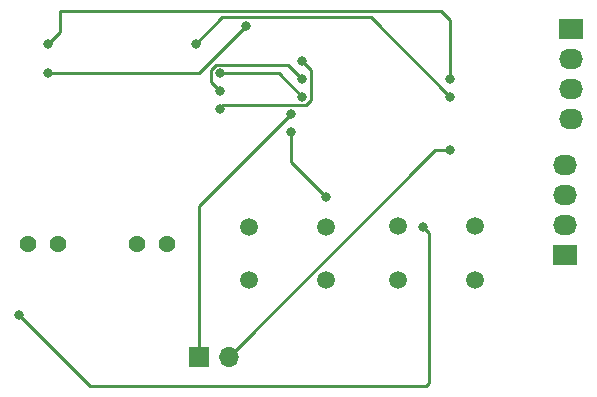
<source format=gbl>
G04 #@! TF.GenerationSoftware,KiCad,Pcbnew,7.0.10*
G04 #@! TF.CreationDate,2025-02-21T18:16:38-05:00*
G04 #@! TF.ProjectId,pcb_v2,7063625f-7632-42e6-9b69-6361645f7063,rev?*
G04 #@! TF.SameCoordinates,Original*
G04 #@! TF.FileFunction,Copper,L2,Bot*
G04 #@! TF.FilePolarity,Positive*
%FSLAX46Y46*%
G04 Gerber Fmt 4.6, Leading zero omitted, Abs format (unit mm)*
G04 Created by KiCad (PCBNEW 7.0.10) date 2025-02-21 18:16:38*
%MOMM*%
%LPD*%
G01*
G04 APERTURE LIST*
G04 #@! TA.AperFunction,ComponentPad*
%ADD10R,2.030000X1.730000*%
G04 #@! TD*
G04 #@! TA.AperFunction,ComponentPad*
%ADD11O,2.030000X1.730000*%
G04 #@! TD*
G04 #@! TA.AperFunction,ComponentPad*
%ADD12C,1.498600*%
G04 #@! TD*
G04 #@! TA.AperFunction,ComponentPad*
%ADD13C,1.431000*%
G04 #@! TD*
G04 #@! TA.AperFunction,ComponentPad*
%ADD14R,1.700000X1.700000*%
G04 #@! TD*
G04 #@! TA.AperFunction,ComponentPad*
%ADD15O,1.700000X1.700000*%
G04 #@! TD*
G04 #@! TA.AperFunction,ViaPad*
%ADD16C,0.800000*%
G04 #@! TD*
G04 #@! TA.AperFunction,Conductor*
%ADD17C,0.250000*%
G04 #@! TD*
G04 APERTURE END LIST*
D10*
X162750000Y-98370000D03*
D11*
X162750000Y-95830000D03*
X162750000Y-93290000D03*
X162750000Y-90750000D03*
D12*
X135999998Y-96000000D03*
X142500000Y-96000000D03*
X135999998Y-100500001D03*
X142500000Y-100500001D03*
D13*
X117230000Y-97500000D03*
X119770000Y-97500000D03*
X129000000Y-97500000D03*
X126460000Y-97500000D03*
D14*
X131725000Y-107000000D03*
D15*
X134265000Y-107000000D03*
D12*
X148603850Y-95980250D03*
X155103852Y-95980250D03*
X148603850Y-100480251D03*
X155103852Y-100480251D03*
D10*
X163250000Y-79250000D03*
D11*
X163250000Y-81790000D03*
X163250000Y-84330000D03*
X163250000Y-86870000D03*
D16*
X119000000Y-83000000D03*
X135750000Y-79000000D03*
X133500000Y-86000000D03*
X140500000Y-82000000D03*
X140500000Y-83500000D03*
X133500000Y-84500000D03*
X133500000Y-83000000D03*
X140500000Y-85000000D03*
X139500000Y-86500000D03*
X142500000Y-93500000D03*
X139500000Y-88000000D03*
X153000000Y-89500000D03*
X153000000Y-85000000D03*
X131500000Y-80500000D03*
X153000000Y-83500000D03*
X119000000Y-80500000D03*
X116500000Y-103500000D03*
X150750000Y-96000000D03*
D17*
X119000000Y-83000000D02*
X131750000Y-83000000D01*
X131750000Y-83000000D02*
X135750000Y-79000000D01*
X141225000Y-82725000D02*
X140500000Y-82000000D01*
X133500000Y-86000000D02*
X133775000Y-85725000D01*
X133775000Y-85725000D02*
X140800305Y-85725000D01*
X140800305Y-85725000D02*
X141225000Y-85300305D01*
X141225000Y-85300305D02*
X141225000Y-82725000D01*
X133199695Y-82275000D02*
X139275000Y-82275000D01*
X132775000Y-83775000D02*
X132775000Y-82699695D01*
X133500000Y-84500000D02*
X132775000Y-83775000D01*
X139275000Y-82275000D02*
X140500000Y-83500000D01*
X132775000Y-82699695D02*
X133199695Y-82275000D01*
X133500000Y-83000000D02*
X138500000Y-83000000D01*
X138500000Y-83000000D02*
X140500000Y-85000000D01*
X131725000Y-94275000D02*
X131725000Y-107000000D01*
X139500000Y-86500000D02*
X131725000Y-94275000D01*
X139500000Y-90500000D02*
X139500000Y-88000000D01*
X142500000Y-93500000D02*
X139500000Y-90500000D01*
X153000000Y-89500000D02*
X151765000Y-89500000D01*
X151765000Y-89500000D02*
X134265000Y-107000000D01*
X146275000Y-78275000D02*
X153000000Y-85000000D01*
X133725000Y-78275000D02*
X146275000Y-78275000D01*
X131500000Y-80500000D02*
X133725000Y-78275000D01*
X153000000Y-78500000D02*
X152250000Y-77750000D01*
X120000000Y-77750000D02*
X120000000Y-79500000D01*
X152250000Y-77750000D02*
X120000000Y-77750000D01*
X153000000Y-83500000D02*
X153000000Y-78500000D01*
X120000000Y-79500000D02*
X119000000Y-80500000D01*
X122500000Y-109500000D02*
X151000000Y-109500000D01*
X151250000Y-96500000D02*
X150750000Y-96000000D01*
X116500000Y-103500000D02*
X122500000Y-109500000D01*
X151000000Y-109500000D02*
X151250000Y-109250000D01*
X151250000Y-109250000D02*
X151250000Y-96500000D01*
M02*

</source>
